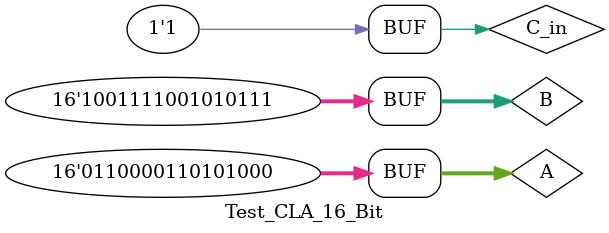
<source format=v>
`timescale 1ns / 1ps

module Test_CLA_16_Bit;

	// Inputs
	reg [15:0] A;
	reg [15:0] B;
	reg C_in;

	// Outputs
	wire [15:0] S;
	wire C_out;
	wire Block_P;
	wire Block_G;

	// Instantiate the Unit Under Test (UUT)
	CLA_16_Bit uut (
		.A(A), 
		.B(B), 
		.C_in(C_in), 
		.S(S), 
		.C_out(C_out), 
		.Block_P(Block_P), 
		.Block_G(Block_G)
	);

	initial begin
		$monitor ("Test Benches for 16 Bit CLA adder using LCU\n");
		$monitor ("A = %d, B = %d, c_in = %d, sum = %d, c_out = %d\n", A, B, C_in, S, C_out);
		// Initialize Inputs
		A = 16'd234; B = 16'd523; C_in = 0;
		#100;
		A = 16'd3245; B = 16'd16785; C_in = 1;
		#100;
		A = 16'd25000; B = 16'd40535; C_in = 0;
		#100;
		A = 16'd25001; B = 16'd40535; C_in = 0;
		#100;
		A = 16'd25000; B = 16'd40535; C_in = 1;
	end
endmodule
</source>
